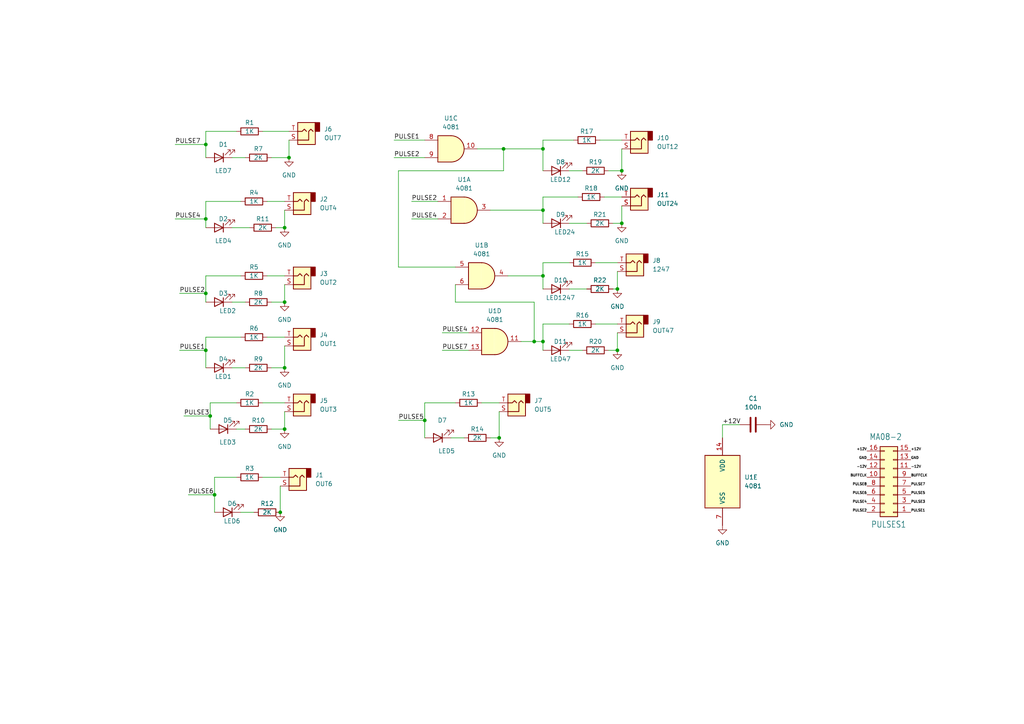
<source format=kicad_sch>
(kicad_sch (version 20211123) (generator eeschema)
  (paper "A4")
  (lib_symbols
    (symbol "4xxx:4081" (pin_names (offset 1.016))
      (property "Reference" "U" (at 0 1.27 0))
      (property "Value" "4081" (at 0 -1.27 0))
      (symbol "4081_1_1"
        (arc (start 0 -3.81) (mid 3.81 0) (end 0 3.81) (stroke (width 0.254)) (fill (type background)))
        (polyline (pts (xy 0 3.81) (xy -3.81 3.81) (xy -3.81 -3.81) (xy 0 -3.81)) (stroke (width 0.254)) (fill (type background)))
        (pin input line (at -7.62 2.54 0) (length 3.81) (name "~") (number "1"))
        (pin input line (at -7.62 -2.54 0) (length 3.81) (name "~") (number "2"))
        (pin output line (at 7.62 0 180) (length 3.81) (name "~") (number "3"))
      )
      (symbol "4081_1_2"
        (arc (start -3.81 -3.81) (mid -2.589 0) (end -3.81 3.81) (stroke (width 0.254)))
        (arc (start -0.6096 -3.81) (mid 2.1842 -2.5851) (end 3.81 0) (stroke (width 0.254)) (fill (type background)))
        (polyline (pts (xy -3.81 -3.81) (xy -0.635 -3.81)) (stroke (width 0.254)) (fill (type background)))
        (polyline (pts (xy -3.81 3.81) (xy -0.635 3.81)) (stroke (width 0.254)) (fill (type background)))
        (polyline (pts (xy -0.635 3.81) (xy -3.81 3.81) (xy -3.81 3.81) (xy -3.556 3.4036) (xy -3.0226 2.2606) (xy -2.6924 1.0414) (xy -2.6162 -0.254) (xy -2.7686 -1.4986) (xy -3.175 -2.7178) (xy -3.81 -3.81) (xy -3.81 -3.81) (xy -0.635 -3.81)) (stroke (width -25.4)) (fill (type background)))
        (arc (start 3.81 0) (mid 2.1915 2.5936) (end -0.6096 3.81) (stroke (width 0.254)) (fill (type background)))
        (pin input inverted (at -7.62 2.54 0) (length 4.318) (name "~") (number "1"))
        (pin input inverted (at -7.62 -2.54 0) (length 4.318) (name "~") (number "2"))
        (pin output inverted (at 7.62 0 180) (length 3.81) (name "~") (number "3"))
      )
      (symbol "4081_2_1"
        (arc (start 0 -3.81) (mid 3.81 0) (end 0 3.81) (stroke (width 0.254)) (fill (type background)))
        (polyline (pts (xy 0 3.81) (xy -3.81 3.81) (xy -3.81 -3.81) (xy 0 -3.81)) (stroke (width 0.254)) (fill (type background)))
        (pin output line (at 7.62 0 180) (length 3.81) (name "~") (number "4"))
        (pin input line (at -7.62 2.54 0) (length 3.81) (name "~") (number "5"))
        (pin input line (at -7.62 -2.54 0) (length 3.81) (name "~") (number "6"))
      )
      (symbol "4081_2_2"
        (arc (start -3.81 -3.81) (mid -2.589 0) (end -3.81 3.81) (stroke (width 0.254)))
        (arc (start -0.6096 -3.81) (mid 2.1842 -2.5851) (end 3.81 0) (stroke (width 0.254)) (fill (type background)))
        (polyline (pts (xy -3.81 -3.81) (xy -0.635 -3.81)) (stroke (width 0.254)) (fill (type background)))
        (polyline (pts (xy -3.81 3.81) (xy -0.635 3.81)) (stroke (width 0.254)) (fill (type background)))
        (polyline (pts (xy -0.635 3.81) (xy -3.81 3.81) (xy -3.81 3.81) (xy -3.556 3.4036) (xy -3.0226 2.2606) (xy -2.6924 1.0414) (xy -2.6162 -0.254) (xy -2.7686 -1.4986) (xy -3.175 -2.7178) (xy -3.81 -3.81) (xy -3.81 -3.81) (xy -0.635 -3.81)) (stroke (width -25.4)) (fill (type background)))
        (arc (start 3.81 0) (mid 2.1915 2.5936) (end -0.6096 3.81) (stroke (width 0.254)) (fill (type background)))
        (pin output inverted (at 7.62 0 180) (length 3.81) (name "~") (number "4"))
        (pin input inverted (at -7.62 2.54 0) (length 4.318) (name "~") (number "5"))
        (pin input inverted (at -7.62 -2.54 0) (length 4.318) (name "~") (number "6"))
      )
      (symbol "4081_3_1"
        (arc (start 0 -3.81) (mid 3.81 0) (end 0 3.81) (stroke (width 0.254)) (fill (type background)))
        (polyline (pts (xy 0 3.81) (xy -3.81 3.81) (xy -3.81 -3.81) (xy 0 -3.81)) (stroke (width 0.254)) (fill (type background)))
        (pin output line (at 7.62 0 180) (length 3.81) (name "~") (number "10"))
        (pin input line (at -7.62 2.54 0) (length 3.81) (name "~") (number "8"))
        (pin input line (at -7.62 -2.54 0) (length 3.81) (name "~") (number "9"))
      )
      (symbol "4081_3_2"
        (arc (start -3.81 -3.81) (mid -2.589 0) (end -3.81 3.81) (stroke (width 0.254)))
        (arc (start -0.6096 -3.81) (mid 2.1842 -2.5851) (end 3.81 0) (stroke (width 0.254)) (fill (type background)))
        (polyline (pts (xy -3.81 -3.81) (xy -0.635 -3.81)) (stroke (width 0.254)) (fill (type background)))
        (polyline (pts (xy -3.81 3.81) (xy -0.635 3.81)) (stroke (width 0.254)) (fill (type background)))
        (polyline (pts (xy -0.635 3.81) (xy -3.81 3.81) (xy -3.81 3.81) (xy -3.556 3.4036) (xy -3.0226 2.2606) (xy -2.6924 1.0414) (xy -2.6162 -0.254) (xy -2.7686 -1.4986) (xy -3.175 -2.7178) (xy -3.81 -3.81) (xy -3.81 -3.81) (xy -0.635 -3.81)) (stroke (width -25.4)) (fill (type background)))
        (arc (start 3.81 0) (mid 2.1915 2.5936) (end -0.6096 3.81) (stroke (width 0.254)) (fill (type background)))
        (pin output inverted (at 7.62 0 180) (length 3.81) (name "~") (number "10"))
        (pin input inverted (at -7.62 2.54 0) (length 4.318) (name "~") (number "8"))
        (pin input inverted (at -7.62 -2.54 0) (length 4.318) (name "~") (number "9"))
      )
      (symbol "4081_4_1"
        (arc (start 0 -3.81) (mid 3.81 0) (end 0 3.81) (stroke (width 0.254)) (fill (type background)))
        (polyline (pts (xy 0 3.81) (xy -3.81 3.81) (xy -3.81 -3.81) (xy 0 -3.81)) (stroke (width 0.254)) (fill (type background)))
        (pin output line (at 7.62 0 180) (length 3.81) (name "~") (number "11"))
        (pin input line (at -7.62 2.54 0) (length 3.81) (name "~") (number "12"))
        (pin input line (at -7.62 -2.54 0) (length 3.81) (name "~") (number "13"))
      )
      (symbol "4081_4_2"
        (arc (start -3.81 -3.81) (mid -2.589 0) (end -3.81 3.81) (stroke (width 0.254)))
        (arc (start -0.6096 -3.81) (mid 2.1842 -2.5851) (end 3.81 0) (stroke (width 0.254)) (fill (type background)))
        (polyline (pts (xy -3.81 -3.81) (xy -0.635 -3.81)) (stroke (width 0.254)) (fill (type background)))
        (polyline (pts (xy -3.81 3.81) (xy -0.635 3.81)) (stroke (width 0.254)) (fill (type background)))
        (polyline (pts (xy -0.635 3.81) (xy -3.81 3.81) (xy -3.81 3.81) (xy -3.556 3.4036) (xy -3.0226 2.2606) (xy -2.6924 1.0414) (xy -2.6162 -0.254) (xy -2.7686 -1.4986) (xy -3.175 -2.7178) (xy -3.81 -3.81) (xy -3.81 -3.81) (xy -0.635 -3.81)) (stroke (width -25.4)) (fill (type background)))
        (arc (start 3.81 0) (mid 2.1915 2.5936) (end -0.6096 3.81) (stroke (width 0.254)) (fill (type background)))
        (pin output inverted (at 7.62 0 180) (length 3.81) (name "~") (number "11"))
        (pin input inverted (at -7.62 2.54 0) (length 4.318) (name "~") (number "12"))
        (pin input inverted (at -7.62 -2.54 0) (length 4.318) (name "~") (number "13"))
      )
      (symbol "4081_5_0"
        (pin power_in line (at 0 12.7 270) (length 5.08) (name "VDD") (number "14"))
        (pin power_in line (at 0 -12.7 90) (length 5.08) (name "VSS") (number "7"))
      )
      (symbol "4081_5_1"
        (rectangle (start -5.08 7.62) (end 5.08 -7.62) (stroke (width 0.254)) (fill (type background)))
      )
    )
    (symbol "Connector_Generic:Conn_02x08_Odd_Even" (pin_names (offset 1.016) hide)
      (property "Reference" "J" (at 1.27 10.16 0))
      (property "Value" "Conn_02x08_Odd_Even" (at 1.27 -12.7 0))
      (symbol "Conn_02x08_Odd_Even_1_1"
        (rectangle (start -1.27 -10.033) (end 0 -10.287) (stroke (width 0.1524)))
        (rectangle (start -1.27 -7.493) (end 0 -7.747) (stroke (width 0.1524)))
        (rectangle (start -1.27 -4.953) (end 0 -5.207) (stroke (width 0.1524)))
        (rectangle (start -1.27 -2.413) (end 0 -2.667) (stroke (width 0.1524)))
        (rectangle (start -1.27 0.127) (end 0 -0.127) (stroke (width 0.1524)))
        (rectangle (start -1.27 2.667) (end 0 2.413) (stroke (width 0.1524)))
        (rectangle (start -1.27 5.207) (end 0 4.953) (stroke (width 0.1524)))
        (rectangle (start -1.27 7.747) (end 0 7.493) (stroke (width 0.1524)))
        (rectangle (start -1.27 8.89) (end 3.81 -11.43) (stroke (width 0.254)) (fill (type background)))
        (rectangle (start 3.81 -10.033) (end 2.54 -10.287) (stroke (width 0.1524)))
        (rectangle (start 3.81 -7.493) (end 2.54 -7.747) (stroke (width 0.1524)))
        (rectangle (start 3.81 -4.953) (end 2.54 -5.207) (stroke (width 0.1524)))
        (rectangle (start 3.81 -2.413) (end 2.54 -2.667) (stroke (width 0.1524)))
        (rectangle (start 3.81 0.127) (end 2.54 -0.127) (stroke (width 0.1524)))
        (rectangle (start 3.81 2.667) (end 2.54 2.413) (stroke (width 0.1524)))
        (rectangle (start 3.81 5.207) (end 2.54 4.953) (stroke (width 0.1524)))
        (rectangle (start 3.81 7.747) (end 2.54 7.493) (stroke (width 0.1524)))
        (pin passive line (at -5.08 7.62 0) (length 3.81) (name "Pin_1") (number "1"))
        (pin passive line (at 7.62 -2.54 180) (length 3.81) (name "Pin_10") (number "10"))
        (pin passive line (at -5.08 -5.08 0) (length 3.81) (name "Pin_11") (number "11"))
        (pin passive line (at 7.62 -5.08 180) (length 3.81) (name "Pin_12") (number "12"))
        (pin passive line (at -5.08 -7.62 0) (length 3.81) (name "Pin_13") (number "13"))
        (pin passive line (at 7.62 -7.62 180) (length 3.81) (name "Pin_14") (number "14"))
        (pin passive line (at -5.08 -10.16 0) (length 3.81) (name "Pin_15") (number "15"))
        (pin passive line (at 7.62 -10.16 180) (length 3.81) (name "Pin_16") (number "16"))
        (pin passive line (at 7.62 7.62 180) (length 3.81) (name "Pin_2") (number "2"))
        (pin passive line (at -5.08 5.08 0) (length 3.81) (name "Pin_3") (number "3"))
        (pin passive line (at 7.62 5.08 180) (length 3.81) (name "Pin_4") (number "4"))
        (pin passive line (at -5.08 2.54 0) (length 3.81) (name "Pin_5") (number "5"))
        (pin passive line (at 7.62 2.54 180) (length 3.81) (name "Pin_6") (number "6"))
        (pin passive line (at -5.08 0 0) (length 3.81) (name "Pin_7") (number "7"))
        (pin passive line (at 7.62 0 180) (length 3.81) (name "Pin_8") (number "8"))
        (pin passive line (at -5.08 -2.54 0) (length 3.81) (name "Pin_9") (number "9"))
      )
    )
    (symbol "ao_symbols:AudioJack2"
      (property "Reference" "J" (at 0 8.89 0))
      (property "Value" "AudioJack2" (at 0 6.35 0))
      (symbol "AudioJack2_0_1"
        (rectangle (start -3.81 0) (end -2.54 -2.54) (stroke (width 0.254)) (fill (type outline)))
        (rectangle (start -2.54 3.81) (end 2.54 -2.54) (stroke (width 0.254)) (fill (type background)))
        (polyline (pts (xy 0 0) (xy 0.635 -0.635) (xy 1.27 0) (xy 2.54 0)) (stroke (width 0.254)))
        (polyline (pts (xy 2.54 2.54) (xy -0.635 2.54) (xy -0.635 0) (xy -1.27 -0.635) (xy -1.905 0)) (stroke (width 0.254)))
      )
      (symbol "AudioJack2_1_1"
        (pin passive line (at 5.08 2.54 180) (length 2.54) (name "~") (number "S"))
        (pin passive line (at 5.08 0 180) (length 2.54) (name "~") (number "T"))
      )
    )
    (symbol "ao_symbols:C" (pin_numbers hide) (pin_names (offset 0.254))
      (property "Reference" "C" (at 0.635 2.54 0))
      (property "Value" "C" (at 0.635 -2.54 0))
      (symbol "C_0_1"
        (polyline (pts (xy -2.032 -0.762) (xy 2.032 -0.762)) (stroke (width 0.508)))
        (polyline (pts (xy -2.032 0.762) (xy 2.032 0.762)) (stroke (width 0.508)))
      )
      (symbol "C_1_1"
        (pin passive line (at 0 3.81 270) (length 2.794) (name "~") (number "1"))
        (pin passive line (at 0 -3.81 90) (length 2.794) (name "~") (number "2"))
      )
    )
    (symbol "ao_symbols:LED_green" (pin_numbers hide) (pin_names (offset 1.016) hide)
      (property "Reference" "D" (at 0 2.54 0))
      (property "Value" "LED_green" (at 0 -2.54 0))
      (symbol "LED_green_0_1"
        (polyline (pts (xy -1.27 -1.27) (xy -1.27 1.27)) (stroke (width 0.254)))
        (polyline (pts (xy -1.27 0) (xy 1.27 0)))
        (polyline (pts (xy 1.27 -1.27) (xy 1.27 1.27) (xy -1.27 0) (xy 1.27 -1.27)) (stroke (width 0.254)))
        (polyline (pts (xy -3.048 -0.762) (xy -4.572 -2.286) (xy -3.81 -2.286) (xy -4.572 -2.286) (xy -4.572 -1.524)))
        (polyline (pts (xy -1.778 -0.762) (xy -3.302 -2.286) (xy -2.54 -2.286) (xy -3.302 -2.286) (xy -3.302 -1.524)))
      )
      (symbol "LED_green_1_1"
        (pin passive line (at -3.81 0 0) (length 2.54) (name "K") (number "1"))
        (pin passive line (at 3.81 0 180) (length 2.54) (name "A") (number "2"))
      )
    )
    (symbol "ao_symbols:R" (pin_numbers hide) (pin_names (offset 0))
      (property "Reference" "R" (at 2.032 0 90))
      (property "Value" "R" (at 0 0 90))
      (symbol "R_0_1"
        (rectangle (start -1.016 -2.54) (end 1.016 2.54) (stroke (width 0.254)))
      )
      (symbol "R_1_1"
        (pin passive line (at 0 3.81 270) (length 1.27) (name "~") (number "1"))
        (pin passive line (at 0 -3.81 90) (length 1.27) (name "~") (number "2"))
      )
    )
    (symbol "power:GND" (power) (pin_names (offset 0))
      (property "Value" "GND" (at 0 -3.81 0))
      (symbol "GND_0_1"
        (polyline (pts (xy 0 0) (xy 0 -1.27) (xy 1.27 -1.27) (xy 0 -2.54) (xy -1.27 -1.27) (xy 0 -1.27)))
      )
      (symbol "GND_1_1"
        (pin power_in line (at 0 0 270) (length 0) hide (name "GND") (number "1"))
      )
    )
  )
  (junction (at 157.48 80.01))
  (junction (at 60.96 120.65))
  (junction (at 157.48 60.96))
  (junction (at 180.34 64.77))
  (junction (at 179.07 83.82))
  (junction (at 179.07 101.6))
  (junction (at 82.55 124.46))
  (junction (at 59.69 41.91))
  (junction (at 62.23 143.51))
  (junction (at 144.78 127))
  (junction (at 157.48 99.06))
  (junction (at 59.69 63.5))
  (junction (at 59.69 101.6))
  (junction (at 82.55 66.04))
  (junction (at 83.82 45.72))
  (junction (at 59.69 85.09))
  (junction (at 146.05 43.18))
  (junction (at 81.28 148.59))
  (junction (at 82.55 106.68))
  (junction (at 123.19 121.92))
  (junction (at 154.94 99.06))
  (junction (at 180.34 49.53))
  (junction (at 82.55 87.63))
  (junction (at 157.48 43.18))
  (wire (pts (xy 146.05 43.18) (xy 157.48 43.18)))
  (wire (pts (xy 175.26 57.15) (xy 180.34 57.15)))
  (wire (pts (xy 180.34 49.53) (xy 180.34 43.18)))
  (wire (pts (xy 59.69 63.5) (xy 59.69 66.04)))
  (wire (pts (xy 146.05 49.53) (xy 115.57 49.53)))
  (wire (pts (xy 67.31 87.63) (xy 71.12 87.63)))
  (wire (pts (xy 176.53 49.53) (xy 180.34 49.53)))
  (wire (pts (xy 82.55 66.04) (xy 82.55 60.96)))
  (wire (pts (xy 82.55 87.63) (xy 82.55 82.55)))
  (wire (pts (xy 179.07 101.6) (xy 179.07 96.52)))
  (wire (pts (xy 67.31 45.72) (xy 71.12 45.72)))
  (wire (pts (xy 157.48 60.96) (xy 157.48 64.77)))
  (wire (pts (xy 172.72 93.98) (xy 179.07 93.98)))
  (wire (pts (xy 146.05 43.18) (xy 146.05 49.53)))
  (wire (pts (xy 157.48 93.98) (xy 157.48 99.06)))
  (wire (pts (xy 138.43 43.18) (xy 146.05 43.18)))
  (wire (pts (xy 76.2 138.43) (xy 81.28 138.43)))
  (wire (pts (xy 78.74 87.63) (xy 82.55 87.63)))
  (wire (pts (xy 157.48 57.15) (xy 157.48 60.96)))
  (wire (pts (xy 82.55 124.46) (xy 82.55 119.38)))
  (wire (pts (xy 176.53 101.6) (xy 179.07 101.6)))
  (wire (pts (xy 157.48 40.64) (xy 157.48 43.18)))
  (wire (pts (xy 62.23 143.51) (xy 62.23 148.59)))
  (wire (pts (xy 128.27 96.52) (xy 135.89 96.52)))
  (wire (pts (xy 114.3 45.72) (xy 123.19 45.72)))
  (wire (pts (xy 139.7 116.84) (xy 144.78 116.84)))
  (wire (pts (xy 154.94 99.06) (xy 157.48 99.06)))
  (wire (pts (xy 81.28 140.97) (xy 81.28 148.59)))
  (wire (pts (xy 62.23 138.43) (xy 62.23 143.51)))
  (wire (pts (xy 177.8 83.82) (xy 179.07 83.82)))
  (wire (pts (xy 83.82 45.72) (xy 83.82 40.64)))
  (wire (pts (xy 52.07 85.09) (xy 59.69 85.09)))
  (wire (pts (xy 67.31 106.68) (xy 71.12 106.68)))
  (wire (pts (xy 166.37 40.64) (xy 157.48 40.64)))
  (wire (pts (xy 165.1 101.6) (xy 168.91 101.6)))
  (wire (pts (xy 69.85 97.79) (xy 59.69 97.79)))
  (wire (pts (xy 119.38 58.42) (xy 127 58.42)))
  (wire (pts (xy 177.8 64.77) (xy 180.34 64.77)))
  (wire (pts (xy 59.69 38.1) (xy 59.69 41.91)))
  (wire (pts (xy 165.1 64.77) (xy 170.18 64.77)))
  (wire (pts (xy 60.96 120.65) (xy 60.96 124.46)))
  (wire (pts (xy 123.19 116.84) (xy 123.19 121.92)))
  (wire (pts (xy 77.47 97.79) (xy 82.55 97.79)))
  (wire (pts (xy 60.96 116.84) (xy 60.96 120.65)))
  (wire (pts (xy 165.1 76.2) (xy 157.48 76.2)))
  (wire (pts (xy 59.69 41.91) (xy 59.69 45.72)))
  (wire (pts (xy 167.64 57.15) (xy 157.48 57.15)))
  (wire (pts (xy 68.58 138.43) (xy 62.23 138.43)))
  (wire (pts (xy 76.2 38.1) (xy 83.82 38.1)))
  (wire (pts (xy 78.74 124.46) (xy 82.55 124.46)))
  (wire (pts (xy 114.3 40.64) (xy 123.19 40.64)))
  (wire (pts (xy 154.94 87.63) (xy 132.08 87.63)))
  (wire (pts (xy 157.48 99.06) (xy 157.48 101.6)))
  (wire (pts (xy 157.48 80.01) (xy 157.48 83.82)))
  (wire (pts (xy 130.81 127) (xy 134.62 127)))
  (wire (pts (xy 59.69 58.42) (xy 69.85 58.42)))
  (wire (pts (xy 115.57 121.92) (xy 123.19 121.92)))
  (wire (pts (xy 78.74 45.72) (xy 83.82 45.72)))
  (wire (pts (xy 165.1 49.53) (xy 168.91 49.53)))
  (wire (pts (xy 53.34 120.65) (xy 60.96 120.65)))
  (wire (pts (xy 77.47 58.42) (xy 82.55 58.42)))
  (wire (pts (xy 115.57 77.47) (xy 132.08 77.47)))
  (wire (pts (xy 50.8 41.91) (xy 59.69 41.91)))
  (wire (pts (xy 59.69 101.6) (xy 59.69 106.68)))
  (wire (pts (xy 165.1 83.82) (xy 170.18 83.82)))
  (wire (pts (xy 214.63 123.19) (xy 209.55 123.19)))
  (wire (pts (xy 173.99 40.64) (xy 180.34 40.64)))
  (wire (pts (xy 68.58 38.1) (xy 59.69 38.1)))
  (wire (pts (xy 165.1 93.98) (xy 157.48 93.98)))
  (wire (pts (xy 132.08 116.84) (xy 123.19 116.84)))
  (wire (pts (xy 128.27 101.6) (xy 135.89 101.6)))
  (wire (pts (xy 77.47 80.01) (xy 82.55 80.01)))
  (wire (pts (xy 147.32 80.01) (xy 157.48 80.01)))
  (wire (pts (xy 68.58 116.84) (xy 60.96 116.84)))
  (wire (pts (xy 172.72 76.2) (xy 179.07 76.2)))
  (wire (pts (xy 119.38 63.5) (xy 127 63.5)))
  (wire (pts (xy 67.31 66.04) (xy 72.39 66.04)))
  (wire (pts (xy 157.48 76.2) (xy 157.48 80.01)))
  (wire (pts (xy 209.55 123.19) (xy 209.55 127)))
  (wire (pts (xy 59.69 58.42) (xy 59.69 63.5)))
  (wire (pts (xy 144.78 127) (xy 144.78 119.38)))
  (wire (pts (xy 142.24 60.96) (xy 157.48 60.96)))
  (wire (pts (xy 80.01 66.04) (xy 82.55 66.04)))
  (wire (pts (xy 69.85 148.59) (xy 73.66 148.59)))
  (wire (pts (xy 69.85 80.01) (xy 59.69 80.01)))
  (wire (pts (xy 179.07 83.82) (xy 179.07 78.74)))
  (wire (pts (xy 157.48 43.18) (xy 157.48 49.53)))
  (wire (pts (xy 68.58 124.46) (xy 71.12 124.46)))
  (wire (pts (xy 123.19 121.92) (xy 123.19 127)))
  (wire (pts (xy 142.24 127) (xy 144.78 127)))
  (wire (pts (xy 50.8 63.5) (xy 59.69 63.5)))
  (wire (pts (xy 59.69 80.01) (xy 59.69 85.09)))
  (wire (pts (xy 115.57 49.53) (xy 115.57 77.47)))
  (wire (pts (xy 54.61 143.51) (xy 62.23 143.51)))
  (wire (pts (xy 180.34 64.77) (xy 180.34 59.69)))
  (wire (pts (xy 132.08 87.63) (xy 132.08 82.55)))
  (wire (pts (xy 76.2 116.84) (xy 82.55 116.84)))
  (wire (pts (xy 52.07 101.6) (xy 59.69 101.6)))
  (wire (pts (xy 78.74 106.68) (xy 82.55 106.68)))
  (wire (pts (xy 151.13 99.06) (xy 154.94 99.06)))
  (wire (pts (xy 82.55 106.68) (xy 82.55 100.33)))
  (wire (pts (xy 154.94 99.06) (xy 154.94 87.63)))
  (wire (pts (xy 59.69 97.79) (xy 59.69 101.6)))
  (wire (pts (xy 59.69 85.09) (xy 59.69 87.63)))
  (label "PULSE4" (at 119.38 63.5 0))
  (label "PULSE1" (at 52.07 101.6 0))
  (label "PULSE6" (at 54.61 143.51 0))
  (label "GND" (at 264.16 133.35 0) (effects (font (size 0.7112 0.7112))))
  (label "PULSE3" (at 264.16 146.05 0) (effects (font (size 0.7112 0.7112))))
  (label "BUFFCLK" (at 251.46 138.43 180) (effects (font (size 0.7112 0.7112))))
  (label "PULSE5" (at 264.16 143.51 0) (effects (font (size 0.7112 0.7112))))
  (label "PULSE6" (at 251.46 143.51 180) (effects (font (size 0.7112 0.7112))))
  (label "+12V" (at 209.55 123.19 0))
  (label "PULSE4" (at 50.8 63.5 0))
  (label "-12V" (at 251.46 135.89 180) (effects (font (size 0.7112 0.7112))))
  (label "PULSE2" (at 52.07 85.09 0))
  (label "PULSE3" (at 53.34 120.65 0))
  (label "PULSE4" (at 128.27 96.52 0))
  (label "GND" (at 251.46 133.35 180) (effects (font (size 0.7112 0.7112))))
  (label "-12V" (at 264.16 135.89 0) (effects (font (size 0.7112 0.7112))))
  (label "PULSE4" (at 251.46 146.05 180) (effects (font (size 0.7112 0.7112))))
  (label "PULSE5" (at 115.57 121.92 0))
  (label "PULSE7" (at 128.27 101.6 0))
  (label "PULSE7" (at 50.8 41.91 0))
  (label "PULSE1" (at 114.3 40.64 0))
  (label "BUFFCLK" (at 264.16 138.43 0) (effects (font (size 0.7112 0.7112))))
  (label "PULSE1" (at 264.16 148.59 0) (effects (font (size 0.7112 0.7112))))
  (label "PULSE2" (at 119.38 58.42 0))
  (label "PULSE8" (at 251.46 140.97 180) (effects (font (size 0.7112 0.7112))))
  (label "PULSE2" (at 251.46 148.59 180) (effects (font (size 0.7112 0.7112))))
  (label "+12V" (at 251.46 130.81 180) (effects (font (size 0.7112 0.7112))))
  (label "PULSE7" (at 264.16 140.97 0) (effects (font (size 0.7112 0.7112))))
  (label "PULSE2" (at 114.3 45.72 0))
  (label "+12V" (at 264.16 130.81 0) (effects (font (size 0.7112 0.7112))))
  (symbol (lib_id "ao_symbols:R") (at 168.91 76.2 90) (unit 1)
    (property "Reference" "R15" (at 168.91 73.66 90))
    (property "Value" "1K" (at 168.91 76.2 90))
    (property "Footprint" "ao_tht:R_Axial_DIN0207_L6.3mm_D2.5mm_P10.16mm_Horizontal" (effects hide))
    (property "Vendor" "Tayda" (effects hide))
  )
  (symbol (lib_id "ao_symbols:LED_green") (at 66.04 148.59 180) (unit 1)
    (property "Reference" "D6" (at 67.31 146.05 0))
    (property "Value" "LED6" (at 67.31 151.13 0))
    (property "Footprint" "ao_tht:LED_D5.0mm" (effects hide))
    (property "Vendor" "Tayda" (effects hide))
    (property "SKU" "A-1553" (effects hide))
  )
  (symbol (lib_id "ao_symbols:R") (at 74.93 106.68 90) (unit 1)
    (property "Reference" "R9" (at 74.93 104.14 90))
    (property "Value" "2K" (at 74.93 106.68 90))
    (property "Footprint" "ao_tht:R_Axial_DIN0207_L6.3mm_D2.5mm_P10.16mm_Horizontal" (effects hide))
    (property "Vendor" "Tayda" (effects hide))
  )
  (symbol (lib_id "ao_symbols:LED_green") (at 161.29 64.77 180) (unit 1)
    (property "Reference" "D9" (at 162.56 62.23 0))
    (property "Value" "LED24" (at 163.83 67.31 0))
    (property "Footprint" "ao_tht:LED_D5.0mm" (effects hide))
    (property "Vendor" "Tayda" (effects hide))
    (property "SKU" "A-1553" (effects hide))
  )
  (symbol (lib_id "4xxx:4081") (at 130.81 43.18 0) (unit 3)
    (property "Reference" "U1" (at 130.81 34.29 0))
    (property "Value" "4081" (at 130.81 36.83 0))
    (property "Footprint" "ao_tht:DIP-14_W7.62mm_Socket_LongPads" (effects hide))
    (property "Datasheet" "http://www.intersil.com/content/dam/Intersil/documents/cd40/cd4073bms-81bms-82bms.pdf" (effects hide))
  )
  (symbol (lib_id "ao_symbols:AudioJack2") (at 87.63 97.79 180) (unit 1)
    (property "Reference" "J4" (at 92.71 97.1549 0) (effects (justify right)))
    (property "Value" "OUT1" (at 92.71 99.6949 0) (effects (justify right)))
    (property "Footprint" "ao_tht:Jack_6.35mm_PJ_629HAN" (effects hide))
    (property "Vendor" "Tayda" (effects hide))
    (property "SKU" "A-1121" (effects hide))
  )
  (symbol (lib_id "ao_symbols:LED_green") (at 63.5 45.72 180) (unit 1)
    (property "Reference" "D1" (at 64.77 41.91 0))
    (property "Value" "LED7" (at 64.77 49.53 0))
    (property "Footprint" "ao_tht:LED_D5.0mm" (effects hide))
    (property "Vendor" "Tayda" (effects hide))
    (property "SKU" "A-1553" (effects hide))
  )
  (symbol (lib_id "ao_symbols:LED_green") (at 161.29 101.6 180) (unit 1)
    (property "Reference" "D11" (at 162.56 99.06 0))
    (property "Value" "LED47" (at 162.56 104.14 0))
    (property "Footprint" "ao_tht:LED_D5.0mm" (effects hide))
    (property "Vendor" "Tayda" (effects hide))
    (property "SKU" "A-1553" (effects hide))
  )
  (symbol (lib_id "4xxx:4081") (at 134.62 60.96 0) (unit 1)
    (property "Reference" "U1" (at 134.62 52.07 0))
    (property "Value" "4081" (at 134.62 54.61 0))
    (property "Footprint" "ao_tht:DIP-14_W7.62mm_Socket_LongPads" (effects hide))
    (property "Datasheet" "http://www.intersil.com/content/dam/Intersil/documents/cd40/cd4073bms-81bms-82bms.pdf" (effects hide))
  )
  (symbol (lib_id "ao_symbols:LED_green") (at 63.5 66.04 180) (unit 1)
    (property "Reference" "D2" (at 64.77 63.5 0))
    (property "Value" "LED4" (at 64.77 69.85 0))
    (property "Footprint" "ao_tht:LED_D5.0mm" (effects hide))
    (property "Vendor" "Tayda" (effects hide))
    (property "SKU" "A-1553" (effects hide))
  )
  (symbol (lib_id "ao_symbols:R") (at 73.66 80.01 90) (unit 1)
    (property "Reference" "R5" (at 73.66 77.47 90))
    (property "Value" "1K" (at 73.66 80.01 90))
    (property "Footprint" "ao_tht:R_Axial_DIN0207_L6.3mm_D2.5mm_P10.16mm_Horizontal" (effects hide))
    (property "Vendor" "Tayda" (effects hide))
  )
  (symbol (lib_id "ao_symbols:AudioJack2") (at 88.9 38.1 180) (unit 1)
    (property "Reference" "J6" (at 93.98 37.4649 0) (effects (justify right)))
    (property "Value" "OUT7" (at 93.98 40.0049 0) (effects (justify right)))
    (property "Footprint" "ao_tht:Jack_6.35mm_PJ_629HAN" (effects hide))
    (property "Vendor" "Tayda" (effects hide))
    (property "SKU" "A-1121" (effects hide))
  )
  (symbol (lib_id "power:GND") (at 179.07 101.6 0) (unit 1)
    (property "Reference" "#PWR08" (effects hide))
    (property "Value" "GND" (at 179.07 106.68 0))
  )
  (symbol (lib_id "ao_symbols:R") (at 76.2 66.04 90) (unit 1)
    (property "Reference" "R11" (at 76.2 63.5 90))
    (property "Value" "2K" (at 76.2 66.04 90))
    (property "Footprint" "ao_tht:R_Axial_DIN0207_L6.3mm_D2.5mm_P10.16mm_Horizontal" (effects hide))
    (property "Vendor" "Tayda" (effects hide))
  )
  (symbol (lib_id "power:GND") (at 180.34 64.77 0) (unit 1)
    (property "Reference" "#PWR010" (effects hide))
    (property "Value" "GND" (at 180.34 69.85 0))
  )
  (symbol (lib_id "ao_symbols:LED_green") (at 64.77 124.46 180) (unit 1)
    (property "Reference" "D5" (at 66.04 121.92 0))
    (property "Value" "LED3" (at 66.04 128.27 0))
    (property "Footprint" "ao_tht:LED_D5.0mm" (effects hide))
    (property "Vendor" "Tayda" (effects hide))
    (property "SKU" "A-1553" (effects hide))
  )
  (symbol (lib_id "ao_symbols:R") (at 72.39 116.84 90) (unit 1)
    (property "Reference" "R2" (at 72.39 114.3 90))
    (property "Value" "1K" (at 72.39 116.84 90))
    (property "Footprint" "ao_tht:R_Axial_DIN0207_L6.3mm_D2.5mm_P10.16mm_Horizontal" (effects hide))
    (property "Vendor" "Tayda" (effects hide))
  )
  (symbol (lib_id "ao_symbols:R") (at 74.93 45.72 90) (unit 1)
    (property "Reference" "R7" (at 74.93 43.18 90))
    (property "Value" "2K" (at 74.93 45.72 90))
    (property "Footprint" "ao_tht:R_Axial_DIN0207_L6.3mm_D2.5mm_P10.16mm_Horizontal" (effects hide))
    (property "Vendor" "Tayda" (effects hide))
  )
  (symbol (lib_id "power:GND") (at 222.25 123.19 90) (unit 1)
    (property "Reference" "#PWR012" (effects hide))
    (property "Value" "GND" (at 226.06 123.1899 90) (effects (justify right)))
  )
  (symbol (lib_id "ao_symbols:AudioJack2") (at 184.15 93.98 180) (unit 1)
    (property "Reference" "J9" (at 189.23 93.3449 0) (effects (justify right)))
    (property "Value" "OUT47" (at 189.23 95.8849 0) (effects (justify right)))
    (property "Footprint" "ao_tht:Jack_6.35mm_PJ_629HAN" (effects hide))
    (property "Vendor" "Tayda" (effects hide))
    (property "SKU" "A-1121" (effects hide))
  )
  (symbol (lib_id "ao_symbols:R") (at 171.45 57.15 90) (unit 1)
    (property "Reference" "R18" (at 171.45 54.61 90))
    (property "Value" "1K" (at 171.45 57.15 90))
    (property "Footprint" "ao_tht:R_Axial_DIN0207_L6.3mm_D2.5mm_P10.16mm_Horizontal" (effects hide))
    (property "Vendor" "Tayda" (effects hide))
  )
  (symbol (lib_id "ao_symbols:C") (at 218.44 123.19 90) (unit 1)
    (property "Reference" "C1" (at 218.44 115.57 90))
    (property "Value" "100n" (at 218.44 118.11 90))
    (property "Footprint" "ao_tht:C_Rect_L7.2mm_W2.5mm_P5.00mm_FKS2_FKP2_MKS2_MKP2" (effects hide))
    (property "Vendor" "Tayda" (effects hide))
  )
  (symbol (lib_id "ao_symbols:R") (at 135.89 116.84 90) (unit 1)
    (property "Reference" "R13" (at 135.89 114.3 90))
    (property "Value" "1K" (at 135.89 116.84 90))
    (property "Footprint" "ao_tht:R_Axial_DIN0207_L6.3mm_D2.5mm_P10.16mm_Horizontal" (effects hide))
    (property "Vendor" "Tayda" (effects hide))
  )
  (symbol (lib_id "ao_symbols:R") (at 72.39 138.43 90) (unit 1)
    (property "Reference" "R3" (at 72.39 135.89 90))
    (property "Value" "1K" (at 72.39 138.43 90))
    (property "Footprint" "ao_tht:R_Axial_DIN0207_L6.3mm_D2.5mm_P10.16mm_Horizontal" (effects hide))
    (property "Vendor" "Tayda" (effects hide))
  )
  (symbol (lib_id "ao_symbols:R") (at 72.39 38.1 90) (unit 1)
    (property "Reference" "R1" (at 72.39 35.56 90))
    (property "Value" "1K" (at 72.39 38.1 90))
    (property "Footprint" "ao_tht:R_Axial_DIN0207_L6.3mm_D2.5mm_P10.16mm_Horizontal" (effects hide))
    (property "Vendor" "Tayda" (effects hide))
  )
  (symbol (lib_id "power:GND") (at 83.82 45.72 0) (unit 1)
    (property "Reference" "#PWR05" (effects hide))
    (property "Value" "GND" (at 83.82 50.8 0))
  )
  (symbol (lib_id "power:GND") (at 144.78 127 0) (unit 1)
    (property "Reference" "#PWR06" (effects hide))
    (property "Value" "GND" (at 144.78 132.08 0))
  )
  (symbol (lib_id "ao_symbols:R") (at 77.47 148.59 90) (unit 1)
    (property "Reference" "R12" (at 77.47 146.05 90))
    (property "Value" "2K" (at 77.47 148.59 90))
    (property "Footprint" "ao_tht:R_Axial_DIN0207_L6.3mm_D2.5mm_P10.16mm_Horizontal" (effects hide))
    (property "Vendor" "Tayda" (effects hide))
  )
  (symbol (lib_id "ao_symbols:R") (at 173.99 64.77 90) (unit 1)
    (property "Reference" "R21" (at 173.99 62.23 90))
    (property "Value" "2K" (at 173.99 64.77 90))
    (property "Footprint" "ao_tht:R_Axial_DIN0207_L6.3mm_D2.5mm_P10.16mm_Horizontal" (effects hide))
    (property "Vendor" "Tayda" (effects hide))
  )
  (symbol (lib_id "ao_symbols:R") (at 172.72 101.6 90) (unit 1)
    (property "Reference" "R20" (at 172.72 99.06 90))
    (property "Value" "2K" (at 172.72 101.6 90))
    (property "Footprint" "ao_tht:R_Axial_DIN0207_L6.3mm_D2.5mm_P10.16mm_Horizontal" (effects hide))
    (property "Vendor" "Tayda" (effects hide))
  )
  (symbol (lib_id "power:GND") (at 82.55 87.63 0) (unit 1)
    (property "Reference" "#PWR02" (effects hide))
    (property "Value" "GND" (at 82.55 92.71 0))
  )
  (symbol (lib_id "ao_symbols:AudioJack2") (at 87.63 80.01 180) (unit 1)
    (property "Reference" "J3" (at 92.71 79.3749 0) (effects (justify right)))
    (property "Value" "OUT2" (at 92.71 81.9149 0) (effects (justify right)))
    (property "Footprint" "ao_tht:Jack_6.35mm_PJ_629HAN" (effects hide))
    (property "Vendor" "Tayda" (effects hide))
    (property "SKU" "A-1121" (effects hide))
  )
  (symbol (lib_id "Connector_Generic:Conn_02x08_Odd_Even") (at 259.08 140.97 180) (unit 1)
    (property "Reference" "PULSES1" (at 262.89 151.13 0) (effects (font (size 1.778 1.5113)) (justify left bottom)))
    (property "Value" "MA08-2" (at 261.62 125.73 0) (effects (font (size 1.778 1.5113)) (justify left bottom)))
    (property "Footprint" "Connector_IDC:IDC-Header_2x08_P2.54mm_Vertical" (effects hide))
  )
  (symbol (lib_id "ao_symbols:AudioJack2") (at 185.42 57.15 180) (unit 1)
    (property "Reference" "J11" (at 190.5 56.5149 0) (effects (justify right)))
    (property "Value" "OUT24" (at 190.5 59.0549 0) (effects (justify right)))
    (property "Footprint" "ao_tht:Jack_6.35mm_PJ_629HAN" (effects hide))
    (property "Vendor" "Tayda" (effects hide))
    (property "SKU" "A-1121" (effects hide))
  )
  (symbol (lib_id "ao_symbols:LED_green") (at 161.29 83.82 180) (unit 1)
    (property "Reference" "D10" (at 162.56 81.28 0))
    (property "Value" "LED1247" (at 162.56 86.36 0))
    (property "Footprint" "ao_tht:LED_D5.0mm" (effects hide))
    (property "Vendor" "Tayda" (effects hide))
    (property "SKU" "A-1553" (effects hide))
  )
  (symbol (lib_id "ao_symbols:AudioJack2") (at 149.86 116.84 180) (unit 1)
    (property "Reference" "J7" (at 154.94 116.2049 0) (effects (justify right)))
    (property "Value" "OUT5" (at 154.94 118.7449 0) (effects (justify right)))
    (property "Footprint" "ao_tht:Jack_6.35mm_PJ_629HAN" (effects hide))
    (property "Vendor" "Tayda" (effects hide))
    (property "SKU" "A-1121" (effects hide))
  )
  (symbol (lib_id "ao_symbols:AudioJack2") (at 87.63 116.84 180) (unit 1)
    (property "Reference" "J5" (at 92.71 116.2049 0) (effects (justify right)))
    (property "Value" "OUT3" (at 92.71 118.7449 0) (effects (justify right)))
    (property "Footprint" "ao_tht:Jack_6.35mm_PJ_629HAN" (effects hide))
    (property "Vendor" "Tayda" (effects hide))
    (property "SKU" "A-1121" (effects hide))
  )
  (symbol (lib_id "ao_symbols:R") (at 73.66 58.42 90) (unit 1)
    (property "Reference" "R4" (at 73.66 55.88 90))
    (property "Value" "1K" (at 73.66 58.42 90))
    (property "Footprint" "ao_tht:R_Axial_DIN0207_L6.3mm_D2.5mm_P10.16mm_Horizontal" (effects hide))
    (property "Vendor" "Tayda" (effects hide))
  )
  (symbol (lib_id "ao_symbols:R") (at 73.66 97.79 90) (unit 1)
    (property "Reference" "R6" (at 73.66 95.25 90))
    (property "Value" "1K" (at 73.66 97.79 90))
    (property "Footprint" "ao_tht:R_Axial_DIN0207_L6.3mm_D2.5mm_P10.16mm_Horizontal" (effects hide))
    (property "Vendor" "Tayda" (effects hide))
  )
  (symbol (lib_id "power:GND") (at 180.34 49.53 0) (unit 1)
    (property "Reference" "#PWR09" (effects hide))
    (property "Value" "GND" (at 180.34 54.61 0))
  )
  (symbol (lib_id "power:GND") (at 209.55 152.4 0) (unit 1)
    (property "Reference" "#PWR011" (effects hide))
    (property "Value" "GND" (at 209.55 157.48 0))
  )
  (symbol (lib_id "ao_symbols:AudioJack2") (at 184.15 76.2 180) (unit 1)
    (property "Reference" "J8" (at 189.23 75.5649 0) (effects (justify right)))
    (property "Value" "1247" (at 189.23 78.1049 0) (effects (justify right)))
    (property "Footprint" "ao_tht:Jack_6.35mm_PJ_629HAN" (effects hide))
    (property "Vendor" "Tayda" (effects hide))
    (property "SKU" "A-1121" (effects hide))
  )
  (symbol (lib_id "ao_symbols:LED_green") (at 161.29 49.53 180) (unit 1)
    (property "Reference" "D8" (at 162.56 46.99 0))
    (property "Value" "LED12" (at 162.56 52.07 0))
    (property "Footprint" "ao_tht:LED_D5.0mm" (effects hide))
    (property "Vendor" "Tayda" (effects hide))
    (property "SKU" "A-1553" (effects hide))
  )
  (symbol (lib_id "ao_symbols:R") (at 74.93 87.63 90) (unit 1)
    (property "Reference" "R8" (at 74.93 85.09 90))
    (property "Value" "2K" (at 74.93 87.63 90))
    (property "Footprint" "ao_tht:R_Axial_DIN0207_L6.3mm_D2.5mm_P10.16mm_Horizontal" (effects hide))
    (property "Vendor" "Tayda" (effects hide))
  )
  (symbol (lib_id "4xxx:4081") (at 139.7 80.01 0) (unit 2)
    (property "Reference" "U1" (at 139.7 71.12 0))
    (property "Value" "4081" (at 139.7 73.66 0))
    (property "Footprint" "ao_tht:DIP-14_W7.62mm_Socket_LongPads" (effects hide))
    (property "Datasheet" "http://www.intersil.com/content/dam/Intersil/documents/cd40/cd4073bms-81bms-82bms.pdf" (effects hide))
  )
  (symbol (lib_id "4xxx:4081") (at 209.55 139.7 0) (unit 5)
    (property "Reference" "U1" (at 215.9 138.4299 0) (effects (justify left)))
    (property "Value" "4081" (at 215.9 140.9699 0) (effects (justify left)))
    (property "Footprint" "ao_tht:DIP-14_W7.62mm_Socket_LongPads" (effects hide))
    (property "Datasheet" "http://www.intersil.com/content/dam/Intersil/documents/cd40/cd4073bms-81bms-82bms.pdf" (effects hide))
  )
  (symbol (lib_id "power:GND") (at 179.07 83.82 0) (unit 1)
    (property "Reference" "#PWR07" (effects hide))
    (property "Value" "GND" (at 179.07 88.9 0))
  )
  (symbol (lib_id "power:GND") (at 82.55 106.68 0) (unit 1)
    (property "Reference" "#PWR03" (effects hide))
    (property "Value" "GND" (at 82.55 111.76 0))
  )
  (symbol (lib_id "ao_symbols:R") (at 168.91 93.98 90) (unit 1)
    (property "Reference" "R16" (at 168.91 91.44 90))
    (property "Value" "1K" (at 168.91 93.98 90))
    (property "Footprint" "ao_tht:R_Axial_DIN0207_L6.3mm_D2.5mm_P10.16mm_Horizontal" (effects hide))
    (property "Vendor" "Tayda" (effects hide))
  )
  (symbol (lib_id "ao_symbols:R") (at 172.72 49.53 90) (unit 1)
    (property "Reference" "R19" (at 172.72 46.99 90))
    (property "Value" "2K" (at 172.72 49.53 90))
    (property "Footprint" "ao_tht:R_Axial_DIN0207_L6.3mm_D2.5mm_P10.16mm_Horizontal" (effects hide))
    (property "Vendor" "Tayda" (effects hide))
  )
  (symbol (lib_id "ao_symbols:R") (at 138.43 127 90) (unit 1)
    (property "Reference" "R14" (at 138.43 124.46 90))
    (property "Value" "2K" (at 138.43 127 90))
    (property "Footprint" "ao_tht:R_Axial_DIN0207_L6.3mm_D2.5mm_P10.16mm_Horizontal" (effects hide))
    (property "Vendor" "Tayda" (effects hide))
  )
  (symbol (lib_id "ao_symbols:AudioJack2") (at 185.42 40.64 180) (unit 1)
    (property "Reference" "J10" (at 190.5 40.0049 0) (effects (justify right)))
    (property "Value" "OUT12" (at 190.5 42.5449 0) (effects (justify right)))
    (property "Footprint" "ao_tht:Jack_6.35mm_PJ_629HAN" (effects hide))
    (property "Vendor" "Tayda" (effects hide))
    (property "SKU" "A-1121" (effects hide))
  )
  (symbol (lib_id "4xxx:4081") (at 143.51 99.06 0) (unit 4)
    (property "Reference" "U1" (at 143.51 90.17 0))
    (property "Value" "4081" (at 143.51 92.71 0))
    (property "Footprint" "ao_tht:DIP-14_W7.62mm_Socket_LongPads" (effects hide))
    (property "Datasheet" "http://www.intersil.com/content/dam/Intersil/documents/cd40/cd4073bms-81bms-82bms.pdf" (effects hide))
  )
  (symbol (lib_id "ao_symbols:AudioJack2") (at 87.63 58.42 180) (unit 1)
    (property "Reference" "J2" (at 92.71 57.7849 0) (effects (justify right)))
    (property "Value" "OUT4" (at 92.71 60.3249 0) (effects (justify right)))
    (property "Footprint" "ao_tht:Jack_6.35mm_PJ_629HAN" (effects hide))
    (property "Vendor" "Tayda" (effects hide))
    (property "SKU" "A-1121" (effects hide))
  )
  (symbol (lib_id "ao_symbols:LED_green") (at 127 127 180) (unit 1)
    (property "Reference" "D7" (at 128.27 121.92 0))
    (property "Value" "LED5" (at 129.54 130.81 0))
    (property "Footprint" "ao_tht:LED_D5.0mm" (effects hide))
    (property "Vendor" "Tayda" (effects hide))
    (property "SKU" "A-1553" (effects hide))
  )
  (symbol (lib_id "power:GND") (at 82.55 124.46 0) (unit 1)
    (property "Reference" "#PWR04" (effects hide))
    (property "Value" "GND" (at 82.55 129.54 0))
  )
  (symbol (lib_id "ao_symbols:R") (at 170.18 40.64 90) (unit 1)
    (property "Reference" "R17" (at 170.18 38.1 90))
    (property "Value" "1K" (at 170.18 40.64 90))
    (property "Footprint" "ao_tht:R_Axial_DIN0207_L6.3mm_D2.5mm_P10.16mm_Horizontal" (effects hide))
    (property "Vendor" "Tayda" (effects hide))
  )
  (symbol (lib_id "ao_symbols:LED_green") (at 63.5 106.68 180) (unit 1)
    (property "Reference" "D4" (at 64.77 104.14 0))
    (property "Value" "LED1" (at 64.77 109.22 0))
    (property "Footprint" "ao_tht:LED_D5.0mm" (effects hide))
    (property "Vendor" "Tayda" (effects hide))
    (property "SKU" "A-1553" (effects hide))
  )
  (symbol (lib_id "ao_symbols:AudioJack2") (at 86.36 138.43 180) (unit 1)
    (property "Reference" "J1" (at 91.44 137.7949 0) (effects (justify right)))
    (property "Value" "OUT6" (at 91.44 140.3349 0) (effects (justify right)))
    (property "Footprint" "ao_tht:Jack_6.35mm_PJ_629HAN" (effects hide))
    (property "Vendor" "Tayda" (effects hide))
    (property "SKU" "A-1121" (effects hide))
  )
  (symbol (lib_id "power:GND") (at 81.28 148.59 0) (unit 1)
    (property "Reference" "#PWR?" (effects hide))
    (property "Value" "GND" (at 81.28 153.67 0))
  )
  (symbol (lib_id "ao_symbols:R") (at 74.93 124.46 90) (unit 1)
    (property "Reference" "R10" (at 74.93 121.92 90))
    (property "Value" "2K" (at 74.93 124.46 90))
    (property "Footprint" "ao_tht:R_Axial_DIN0207_L6.3mm_D2.5mm_P10.16mm_Horizontal" (effects hide))
    (property "Vendor" "Tayda" (effects hide))
  )
  (symbol (lib_id "ao_symbols:R") (at 173.99 83.82 90) (unit 1)
    (property "Reference" "R22" (at 173.99 81.28 90))
    (property "Value" "2K" (at 173.99 83.82 90))
    (property "Footprint" "ao_tht:R_Axial_DIN0207_L6.3mm_D2.5mm_P10.16mm_Horizontal" (effects hide))
    (property "Vendor" "Tayda" (effects hide))
  )
  (symbol (lib_id "power:GND") (at 82.55 66.04 0) (unit 1)
    (property "Reference" "#PWR01" (effects hide))
    (property "Value" "GND" (at 82.55 71.12 0))
  )
  (symbol (lib_id "ao_symbols:LED_green") (at 63.5 87.63 180) (unit 1)
    (property "Reference" "D3" (at 64.77 85.09 0))
    (property "Value" "LED2" (at 66.04 90.17 0))
    (property "Footprint" "ao_tht:LED_D5.0mm" (effects hide))
    (property "Vendor" "Tayda" (effects hide))
    (property "SKU" "A-1553" (effects hide))
  )
)
</source>
